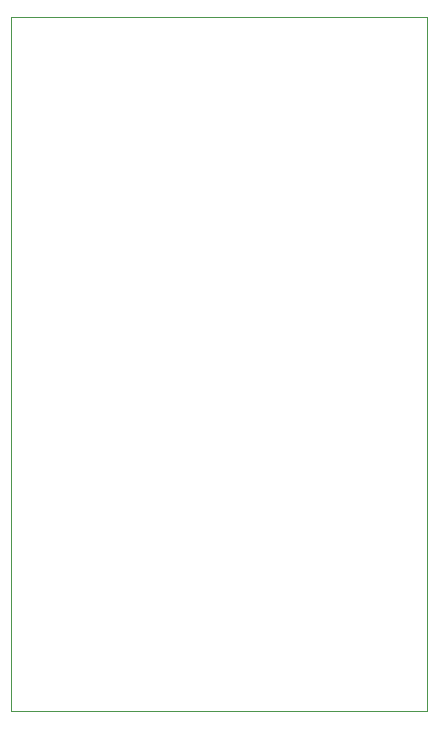
<source format=gbr>
%TF.GenerationSoftware,KiCad,Pcbnew,8.0.4-8.0.4-0~ubuntu24.04.1*%
%TF.CreationDate,2024-09-03T18:29:15+09:00*%
%TF.ProjectId,ESP32,45535033-322e-46b6-9963-61645f706362,rev?*%
%TF.SameCoordinates,Original*%
%TF.FileFunction,Profile,NP*%
%FSLAX46Y46*%
G04 Gerber Fmt 4.6, Leading zero omitted, Abs format (unit mm)*
G04 Created by KiCad (PCBNEW 8.0.4-8.0.4-0~ubuntu24.04.1) date 2024-09-03 18:29:15*
%MOMM*%
%LPD*%
G01*
G04 APERTURE LIST*
%TA.AperFunction,Profile*%
%ADD10C,0.050000*%
%TD*%
G04 APERTURE END LIST*
D10*
X142500000Y-76250000D02*
X177750000Y-76250000D01*
X177750000Y-135000000D01*
X142500000Y-135000000D01*
X142500000Y-76250000D01*
M02*

</source>
